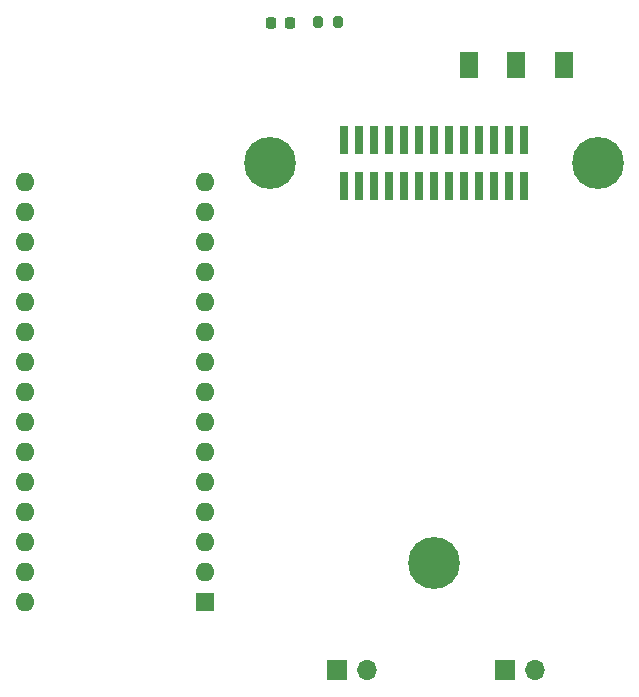
<source format=gbr>
%TF.GenerationSoftware,KiCad,Pcbnew,(7.0.0)*%
%TF.CreationDate,2023-04-30T12:38:50+09:00*%
%TF.ProjectId,RES_project,5245535f-7072-46f6-9a65-63742e6b6963,rev?*%
%TF.SameCoordinates,Original*%
%TF.FileFunction,Soldermask,Top*%
%TF.FilePolarity,Negative*%
%FSLAX46Y46*%
G04 Gerber Fmt 4.6, Leading zero omitted, Abs format (unit mm)*
G04 Created by KiCad (PCBNEW (7.0.0)) date 2023-04-30 12:38:50*
%MOMM*%
%LPD*%
G01*
G04 APERTURE LIST*
G04 Aperture macros list*
%AMRoundRect*
0 Rectangle with rounded corners*
0 $1 Rounding radius*
0 $2 $3 $4 $5 $6 $7 $8 $9 X,Y pos of 4 corners*
0 Add a 4 corners polygon primitive as box body*
4,1,4,$2,$3,$4,$5,$6,$7,$8,$9,$2,$3,0*
0 Add four circle primitives for the rounded corners*
1,1,$1+$1,$2,$3*
1,1,$1+$1,$4,$5*
1,1,$1+$1,$6,$7*
1,1,$1+$1,$8,$9*
0 Add four rect primitives between the rounded corners*
20,1,$1+$1,$2,$3,$4,$5,0*
20,1,$1+$1,$4,$5,$6,$7,0*
20,1,$1+$1,$6,$7,$8,$9,0*
20,1,$1+$1,$8,$9,$2,$3,0*%
G04 Aperture macros list end*
%ADD10R,1.524000X2.286000*%
%ADD11R,1.700000X1.700000*%
%ADD12O,1.700000X1.700000*%
%ADD13C,4.400000*%
%ADD14R,0.740000X2.400000*%
%ADD15RoundRect,0.218750X-0.218750X-0.256250X0.218750X-0.256250X0.218750X0.256250X-0.218750X0.256250X0*%
%ADD16R,1.600000X1.600000*%
%ADD17O,1.600000X1.600000*%
%ADD18RoundRect,0.200000X-0.200000X-0.275000X0.200000X-0.275000X0.200000X0.275000X-0.200000X0.275000X0*%
G04 APERTURE END LIST*
D10*
%TO.C,SW2*%
X70999999Y-36908499D03*
X74999999Y-36908499D03*
X78999999Y-36908499D03*
%TD*%
D11*
%TO.C,JP2*%
X73999999Y-88199999D03*
D12*
X76539999Y-88199999D03*
%TD*%
D13*
%TO.C,U1*%
X81900000Y-45240000D03*
X68000000Y-79140000D03*
X54100000Y-45240000D03*
D14*
X60379999Y-47189999D03*
X60379999Y-43289999D03*
X61649999Y-47189999D03*
X61649999Y-43289999D03*
X62919999Y-47189999D03*
X62919999Y-43289999D03*
X64189999Y-47189999D03*
X64189999Y-43289999D03*
X65459999Y-47189999D03*
X65459999Y-43289999D03*
X66729999Y-47189999D03*
X66729999Y-43289999D03*
X67999999Y-47189999D03*
X67999999Y-43289999D03*
X69269999Y-47189999D03*
X69269999Y-43289999D03*
X70539999Y-47189999D03*
X70539999Y-43289999D03*
X71809999Y-47189999D03*
X71809999Y-43289999D03*
X73079999Y-47189999D03*
X73079999Y-43289999D03*
X74349999Y-47189999D03*
X74349999Y-43289999D03*
X75619999Y-47189999D03*
X75619999Y-43289999D03*
%TD*%
D15*
%TO.C,D1*%
X54225000Y-33360000D03*
X55800000Y-33360000D03*
%TD*%
D16*
%TO.C,A1*%
X48599999Y-82379999D03*
D17*
X48599999Y-79839999D03*
X48599999Y-77299999D03*
X48599999Y-74759999D03*
X48599999Y-72219999D03*
X48599999Y-69679999D03*
X48599999Y-67139999D03*
X48599999Y-64599999D03*
X48599999Y-62059999D03*
X48599999Y-59519999D03*
X48599999Y-56979999D03*
X48599999Y-54439999D03*
X48599999Y-51899999D03*
X48599999Y-49359999D03*
X48599999Y-46819999D03*
X33359999Y-46819999D03*
X33359999Y-49359999D03*
X33359999Y-51899999D03*
X33359999Y-54439999D03*
X33359999Y-56979999D03*
X33359999Y-59519999D03*
X33359999Y-62059999D03*
X33359999Y-64599999D03*
X33359999Y-67139999D03*
X33359999Y-69679999D03*
X33359999Y-72219999D03*
X33359999Y-74759999D03*
X33359999Y-77299999D03*
X33359999Y-79839999D03*
X33359999Y-82379999D03*
%TD*%
D18*
%TO.C,R1*%
X58197500Y-33320000D03*
X59847500Y-33320000D03*
%TD*%
D11*
%TO.C,JP1*%
X59799999Y-88199999D03*
D12*
X62339999Y-88199999D03*
%TD*%
M02*

</source>
